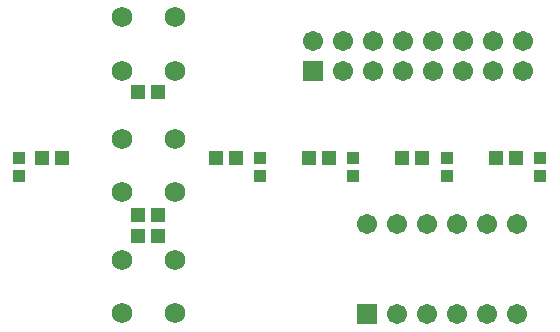
<source format=gts>
%FSDAX24Y24*%
%MOIN*%
%SFA1B1*%

%IPPOS*%
%ADD15R,0.051310X0.047370*%
%ADD16R,0.039500X0.039500*%
%ADD17C,0.068000*%
%ADD18R,0.067060X0.067060*%
%ADD19C,0.067060*%
%ADD20R,0.067060X0.067060*%
%ADD21C,0.067060*%
%LNpcb_controlboard-1*%
%LPD*%
G54D15*
X008934Y006000D03*
X008265D03*
X005665Y008200D03*
X006334D03*
X005665Y004100D03*
X006334D03*
X005665Y003400D03*
X006334D03*
X012034Y006000D03*
X011365D03*
X015134D03*
X014465D03*
X018269D03*
X017600D03*
X002465D03*
X003134D03*
G54D16*
X015957Y005404D03*
Y005995D03*
X019074Y005404D03*
Y005995D03*
X009721Y005404D03*
Y005995D03*
X012839Y005404D03*
Y005995D03*
X001700Y005404D03*
Y005995D03*
G54D17*
X005114Y010685D03*
X006885D03*
X005114Y008914D03*
X006885D03*
X005114Y006642D03*
X006885D03*
X005114Y004871D03*
X006885D03*
X005114Y002600D03*
X006885D03*
X005114Y000828D03*
X006885D03*
G54D18*
X011500Y008900D03*
G54D19*
X011500Y009900D03*
X012500Y008900D03*
Y009900D03*
X013500Y008900D03*
Y009900D03*
X014500Y008900D03*
Y009900D03*
X015500Y008900D03*
Y009900D03*
X016500Y008900D03*
Y009900D03*
X017500Y008900D03*
Y009900D03*
X018500Y008900D03*
Y009900D03*
X018300Y000800D03*
X013300Y003800D03*
X014300D03*
X015300D03*
X016300D03*
X017300D03*
X018300D03*
G54D20*
X013300Y000800D03*
G54D21*
X014300Y000800D03*
X015300D03*
X016300D03*
X017300D03*
M02*
</source>
